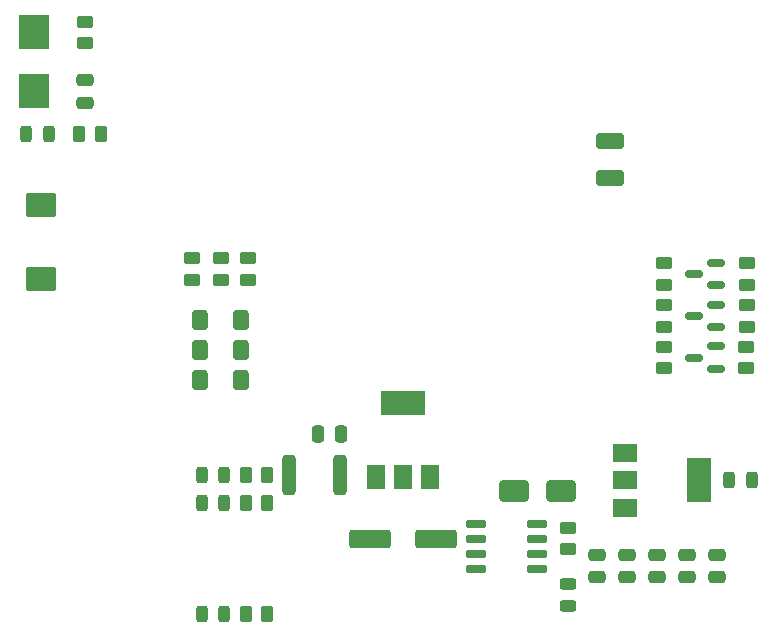
<source format=gbr>
%TF.GenerationSoftware,KiCad,Pcbnew,7.0.1*%
%TF.CreationDate,2023-05-06T15:08:35-03:00*%
%TF.ProjectId,Servo_Claw,53657276-6f5f-4436-9c61-772e6b696361,rev?*%
%TF.SameCoordinates,Original*%
%TF.FileFunction,Paste,Top*%
%TF.FilePolarity,Positive*%
%FSLAX46Y46*%
G04 Gerber Fmt 4.6, Leading zero omitted, Abs format (unit mm)*
G04 Created by KiCad (PCBNEW 7.0.1) date 2023-05-06 15:08:35*
%MOMM*%
%LPD*%
G01*
G04 APERTURE LIST*
G04 Aperture macros list*
%AMRoundRect*
0 Rectangle with rounded corners*
0 $1 Rounding radius*
0 $2 $3 $4 $5 $6 $7 $8 $9 X,Y pos of 4 corners*
0 Add a 4 corners polygon primitive as box body*
4,1,4,$2,$3,$4,$5,$6,$7,$8,$9,$2,$3,0*
0 Add four circle primitives for the rounded corners*
1,1,$1+$1,$2,$3*
1,1,$1+$1,$4,$5*
1,1,$1+$1,$6,$7*
1,1,$1+$1,$8,$9*
0 Add four rect primitives between the rounded corners*
20,1,$1+$1,$2,$3,$4,$5,0*
20,1,$1+$1,$4,$5,$6,$7,0*
20,1,$1+$1,$6,$7,$8,$9,0*
20,1,$1+$1,$8,$9,$2,$3,0*%
G04 Aperture macros list end*
%ADD10R,2.000000X1.500000*%
%ADD11R,2.000000X3.800000*%
%ADD12R,1.500000X2.000000*%
%ADD13R,3.800000X2.000000*%
%ADD14RoundRect,0.250000X1.025000X-0.787500X1.025000X0.787500X-1.025000X0.787500X-1.025000X-0.787500X0*%
%ADD15RoundRect,0.250000X0.450000X-0.262500X0.450000X0.262500X-0.450000X0.262500X-0.450000X-0.262500X0*%
%ADD16RoundRect,0.150000X0.587500X0.150000X-0.587500X0.150000X-0.587500X-0.150000X0.587500X-0.150000X0*%
%ADD17RoundRect,0.243750X-0.243750X-0.456250X0.243750X-0.456250X0.243750X0.456250X-0.243750X0.456250X0*%
%ADD18RoundRect,0.250000X0.312500X1.450000X-0.312500X1.450000X-0.312500X-1.450000X0.312500X-1.450000X0*%
%ADD19RoundRect,0.250000X-0.400000X-0.600000X0.400000X-0.600000X0.400000X0.600000X-0.400000X0.600000X0*%
%ADD20RoundRect,0.250000X0.250000X0.475000X-0.250000X0.475000X-0.250000X-0.475000X0.250000X-0.475000X0*%
%ADD21RoundRect,0.250000X1.500000X0.550000X-1.500000X0.550000X-1.500000X-0.550000X1.500000X-0.550000X0*%
%ADD22RoundRect,0.250000X0.262500X0.450000X-0.262500X0.450000X-0.262500X-0.450000X0.262500X-0.450000X0*%
%ADD23RoundRect,0.250000X-0.450000X0.262500X-0.450000X-0.262500X0.450000X-0.262500X0.450000X0.262500X0*%
%ADD24RoundRect,0.250000X0.475000X-0.250000X0.475000X0.250000X-0.475000X0.250000X-0.475000X-0.250000X0*%
%ADD25R,2.600000X3.000000*%
%ADD26R,2.612000X3.000000*%
%ADD27RoundRect,0.243750X0.456250X-0.243750X0.456250X0.243750X-0.456250X0.243750X-0.456250X-0.243750X0*%
%ADD28RoundRect,0.250000X-0.925000X0.412500X-0.925000X-0.412500X0.925000X-0.412500X0.925000X0.412500X0*%
%ADD29RoundRect,0.250000X-0.475000X0.250000X-0.475000X-0.250000X0.475000X-0.250000X0.475000X0.250000X0*%
%ADD30RoundRect,0.250000X1.000000X0.650000X-1.000000X0.650000X-1.000000X-0.650000X1.000000X-0.650000X0*%
%ADD31RoundRect,0.150000X-0.725000X-0.150000X0.725000X-0.150000X0.725000X0.150000X-0.725000X0.150000X0*%
G04 APERTURE END LIST*
D10*
%TO.C,IC1*%
X167665000Y-98032600D03*
D11*
X173965000Y-95732600D03*
D10*
X167665000Y-95732600D03*
X167665000Y-93432600D03*
%TD*%
D12*
%TO.C,U1*%
X146550000Y-95450000D03*
X148850000Y-95450000D03*
D13*
X148850000Y-89150000D03*
D12*
X151150000Y-95450000D03*
%TD*%
D14*
%TO.C,C5*%
X118211600Y-78652100D03*
X118211600Y-72427100D03*
%TD*%
D15*
%TO.C,R10*%
X177977800Y-82725900D03*
X177977800Y-80900900D03*
%TD*%
%TO.C,R11*%
X170967400Y-82725900D03*
X170967400Y-80900900D03*
%TD*%
%TO.C,R1*%
X162814000Y-101572700D03*
X162814000Y-99747700D03*
%TD*%
D16*
%TO.C,Q4*%
X175359300Y-79232800D03*
X175359300Y-77332800D03*
X173484300Y-78282800D03*
%TD*%
D17*
%TO.C,D4*%
X131853700Y-95275400D03*
X133728700Y-95275400D03*
%TD*%
D18*
%TO.C,F1*%
X143539300Y-95300800D03*
X139264300Y-95300800D03*
%TD*%
D19*
%TO.C,D7*%
X131676200Y-82143600D03*
X135176200Y-82143600D03*
%TD*%
D15*
%TO.C,R4*%
X135788400Y-78763500D03*
X135788400Y-76938500D03*
%TD*%
D16*
%TO.C,Q2*%
X175359300Y-86294000D03*
X175359300Y-84394000D03*
X173484300Y-85344000D03*
%TD*%
D20*
%TO.C,C3*%
X143586200Y-91795600D03*
X141686200Y-91795600D03*
%TD*%
D21*
%TO.C,C1*%
X151669400Y-100711000D03*
X146069400Y-100711000D03*
%TD*%
D22*
%TO.C,R2*%
X137386700Y-107010200D03*
X135561700Y-107010200D03*
%TD*%
D19*
%TO.C,D6*%
X131676200Y-84683600D03*
X135176200Y-84683600D03*
%TD*%
%TO.C,D5*%
X131676200Y-87223600D03*
X135176200Y-87223600D03*
%TD*%
D15*
%TO.C,R12*%
X177977800Y-79195300D03*
X177977800Y-77370300D03*
%TD*%
D23*
%TO.C,R14*%
X121945400Y-56887100D03*
X121945400Y-58712100D03*
%TD*%
D22*
%TO.C,R15*%
X137386700Y-97663000D03*
X135561700Y-97663000D03*
%TD*%
D24*
%TO.C,C7*%
X167868600Y-103921600D03*
X167868600Y-102021600D03*
%TD*%
D16*
%TO.C,Q3*%
X175359300Y-82763400D03*
X175359300Y-80863400D03*
X173484300Y-81813400D03*
%TD*%
D15*
%TO.C,R8*%
X177952400Y-86231100D03*
X177952400Y-84406100D03*
%TD*%
%TO.C,R13*%
X170967400Y-79195300D03*
X170967400Y-77370300D03*
%TD*%
D22*
%TO.C,R3*%
X137386700Y-95300800D03*
X135561700Y-95300800D03*
%TD*%
D25*
%TO.C,SW1*%
X117627400Y-57810400D03*
D26*
X117627400Y-62788800D03*
%TD*%
D27*
%TO.C,D1*%
X162814000Y-106372900D03*
X162814000Y-104497900D03*
%TD*%
D15*
%TO.C,R6*%
X131013200Y-78763500D03*
X131013200Y-76938500D03*
%TD*%
D17*
%TO.C,F2*%
X176509200Y-95732600D03*
X178384200Y-95732600D03*
%TD*%
%TO.C,D9*%
X131853700Y-97663000D03*
X133728700Y-97663000D03*
%TD*%
D24*
%TO.C,C8*%
X170357800Y-103921600D03*
X170357800Y-102021600D03*
%TD*%
D17*
%TO.C,D8*%
X116994700Y-66395600D03*
X118869700Y-66395600D03*
%TD*%
D28*
%TO.C,C4*%
X166370000Y-67042500D03*
X166370000Y-70117500D03*
%TD*%
D24*
%TO.C,C6*%
X165277800Y-103921600D03*
X165277800Y-102021600D03*
%TD*%
D15*
%TO.C,R5*%
X133426200Y-78763500D03*
X133426200Y-76938500D03*
%TD*%
D24*
%TO.C,C9*%
X172948600Y-103921600D03*
X172948600Y-102021600D03*
%TD*%
D29*
%TO.C,C11*%
X175463200Y-102021600D03*
X175463200Y-103921600D03*
%TD*%
D17*
%TO.C,D3*%
X131853700Y-107010200D03*
X133728700Y-107010200D03*
%TD*%
D30*
%TO.C,D2*%
X162274000Y-96672400D03*
X158274000Y-96672400D03*
%TD*%
D31*
%TO.C,Q1*%
X155082800Y-99441000D03*
X155082800Y-100711000D03*
X155082800Y-101981000D03*
X155082800Y-103251000D03*
X160232800Y-103251000D03*
X160232800Y-101981000D03*
X160232800Y-100711000D03*
X160232800Y-99441000D03*
%TD*%
D29*
%TO.C,C12*%
X121945400Y-61849600D03*
X121945400Y-63749600D03*
%TD*%
D22*
%TO.C,R7*%
X123289700Y-66395600D03*
X121464700Y-66395600D03*
%TD*%
D15*
%TO.C,R9*%
X170967400Y-86256500D03*
X170967400Y-84431500D03*
%TD*%
M02*

</source>
